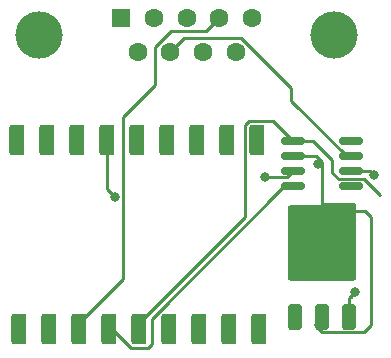
<source format=gbr>
%TF.GenerationSoftware,KiCad,Pcbnew,9.0.6*%
%TF.CreationDate,2025-11-21T12:23:08-05:00*%
%TF.ProjectId,ESP32C6-2,45535033-3243-4362-9d32-2e6b69636164,rev?*%
%TF.SameCoordinates,Original*%
%TF.FileFunction,Copper,L1,Top*%
%TF.FilePolarity,Positive*%
%FSLAX46Y46*%
G04 Gerber Fmt 4.6, Leading zero omitted, Abs format (unit mm)*
G04 Created by KiCad (PCBNEW 9.0.6) date 2025-11-21 12:23:08*
%MOMM*%
%LPD*%
G01*
G04 APERTURE LIST*
G04 Aperture macros list*
%AMRoundRect*
0 Rectangle with rounded corners*
0 $1 Rounding radius*
0 $2 $3 $4 $5 $6 $7 $8 $9 X,Y pos of 4 corners*
0 Add a 4 corners polygon primitive as box body*
4,1,4,$2,$3,$4,$5,$6,$7,$8,$9,$2,$3,0*
0 Add four circle primitives for the rounded corners*
1,1,$1+$1,$2,$3*
1,1,$1+$1,$4,$5*
1,1,$1+$1,$6,$7*
1,1,$1+$1,$8,$9*
0 Add four rect primitives between the rounded corners*
20,1,$1+$1,$2,$3,$4,$5,0*
20,1,$1+$1,$4,$5,$6,$7,0*
20,1,$1+$1,$6,$7,$8,$9,0*
20,1,$1+$1,$8,$9,$2,$3,0*%
G04 Aperture macros list end*
%TA.AperFunction,ComponentPad*%
%ADD10RoundRect,0.190500X0.444500X-1.079500X0.444500X1.079500X-0.444500X1.079500X-0.444500X-1.079500X0*%
%TD*%
%TA.AperFunction,SMDPad,CuDef*%
%ADD11RoundRect,0.250000X0.350000X-0.850000X0.350000X0.850000X-0.350000X0.850000X-0.350000X-0.850000X0*%
%TD*%
%TA.AperFunction,SMDPad,CuDef*%
%ADD12RoundRect,0.249997X2.650003X-2.950003X2.650003X2.950003X-2.650003X2.950003X-2.650003X-2.950003X0*%
%TD*%
%TA.AperFunction,ComponentPad*%
%ADD13C,4.000000*%
%TD*%
%TA.AperFunction,ComponentPad*%
%ADD14R,1.600000X1.600000*%
%TD*%
%TA.AperFunction,ComponentPad*%
%ADD15C,1.600000*%
%TD*%
%TA.AperFunction,SMDPad,CuDef*%
%ADD16RoundRect,0.150000X-0.825000X-0.150000X0.825000X-0.150000X0.825000X0.150000X-0.825000X0.150000X0*%
%TD*%
%TA.AperFunction,ViaPad*%
%ADD17C,0.800000*%
%TD*%
%TA.AperFunction,Conductor*%
%ADD18C,0.250000*%
%TD*%
G04 APERTURE END LIST*
D10*
%TO.P,U1,1,GPIO0/A0/D0*%
%TO.N,unconnected-(U1-GPIO0{slash}A0{slash}D0-Pad1)*%
X118960000Y-78500000D03*
%TO.P,U1,2,GPIO1/A1/D1*%
%TO.N,unconnected-(U1-GPIO1{slash}A1{slash}D1-Pad2)*%
X121500000Y-78500000D03*
%TO.P,U1,3,GPIO2/A2/D2*%
%TO.N,Net-(U1-GPIO2{slash}A2{slash}D2)*%
X124040000Y-78500000D03*
%TO.P,U1,4,GPIO21/D3*%
%TO.N,Net-(U1-GPIO21{slash}D3)*%
X126580000Y-78500000D03*
%TO.P,U1,5,GPIO22/D4/SDA*%
%TO.N,Net-(U1-GPIO22{slash}D4{slash}SDA)*%
X129120000Y-78500000D03*
%TO.P,U1,6,GPIO23/D5/SCL*%
%TO.N,unconnected-(U1-GPIO23{slash}D5{slash}SCL-Pad6)*%
X131660000Y-78500000D03*
%TO.P,U1,7,GPIO16/D6/TX*%
%TO.N,unconnected-(U1-GPIO16{slash}D6{slash}TX-Pad7)*%
X134200000Y-78500000D03*
%TO.P,U1,8,GPIO17/D7/RX*%
%TO.N,unconnected-(U1-GPIO17{slash}D7{slash}RX-Pad8)*%
X136740000Y-78500000D03*
%TO.P,U1,9,GPIO19/D8/SCK*%
%TO.N,unconnected-(U1-GPIO19{slash}D8{slash}SCK-Pad9)*%
X139280000Y-78500000D03*
%TO.P,U1,10,GPIO20/D9/MISO*%
%TO.N,unconnected-(U1-GPIO20{slash}D9{slash}MISO-Pad10)*%
X118780000Y-62500000D03*
%TO.P,U1,11,GPIO18/D10/MOSI*%
%TO.N,Net-(U1-GPIO18{slash}D10{slash}MOSI)*%
X121320000Y-62500000D03*
%TO.P,U1,12,3V3*%
%TO.N,Net-(U1-3V3)*%
X123860000Y-62500000D03*
%TO.P,U1,13,GND*%
%TO.N,Net-(U1-GND)*%
X126400000Y-62500000D03*
%TO.P,U1,14,VBUS*%
%TO.N,unconnected-(U1-VBUS-Pad14)*%
X128940000Y-62500000D03*
%TO.P,U1,15*%
%TO.N,N/C*%
X131480000Y-62500000D03*
%TO.P,U1,16*%
X134020000Y-62500000D03*
%TO.P,U1,17*%
X136560000Y-62500000D03*
%TO.P,U1,18*%
X139100000Y-62500000D03*
%TD*%
D11*
%TO.P,U4,1,IN*%
%TO.N,unconnected-(U4-IN-Pad1)*%
X142365700Y-77475000D03*
%TO.P,U4,2,GND*%
%TO.N,Net-(U1-3V3)*%
X144645700Y-77475000D03*
D12*
X144645700Y-71175000D03*
D11*
%TO.P,U4,3,OUT*%
%TO.N,Net-(U1-GND)*%
X146925700Y-77475000D03*
%TD*%
D13*
%TO.P,J1,0*%
%TO.N,N/C*%
X145655000Y-53580000D03*
X120655000Y-53580000D03*
D14*
%TO.P,J1,1,1*%
%TO.N,unconnected-(J1-Pad1)*%
X127615000Y-52160000D03*
D15*
%TO.P,J1,2,2*%
%TO.N,Net-(U2-CANL)*%
X130385000Y-52160000D03*
%TO.P,J1,3,3*%
%TO.N,unconnected-(J1-Pad3)*%
X133155000Y-52160000D03*
%TO.P,J1,4,4*%
%TO.N,Net-(U1-GPIO2{slash}A2{slash}D2)*%
X135925000Y-52160000D03*
%TO.P,J1,5,5*%
%TO.N,unconnected-(J1-Pad5)*%
X138695000Y-52160000D03*
%TO.P,J1,6,6*%
%TO.N,unconnected-(J1-Pad6)*%
X129000000Y-55000000D03*
%TO.P,J1,7,7*%
%TO.N,Net-(U2-CANH)*%
X131770000Y-55000000D03*
%TO.P,J1,8,8*%
%TO.N,unconnected-(J1-Pad8)*%
X134540000Y-55000000D03*
%TO.P,J1,9,9*%
%TO.N,unconnected-(J1-Pad9)*%
X137310000Y-55000000D03*
%TD*%
D16*
%TO.P,U2,1,D*%
%TO.N,Net-(U1-GPIO22{slash}D4{slash}SDA)*%
X142145700Y-62595000D03*
%TO.P,U2,2,GND*%
%TO.N,Net-(U1-3V3)*%
X142145700Y-63865000D03*
%TO.P,U2,3,VCC*%
%TO.N,Net-(U1-GPIO18{slash}D10{slash}MOSI)*%
X142145700Y-65135000D03*
%TO.P,U2,4,R*%
%TO.N,Net-(U1-GPIO21{slash}D3)*%
X142145700Y-66405000D03*
%TO.P,U2,5,Vref*%
%TO.N,unconnected-(U2-Vref-Pad5)*%
X147095700Y-66405000D03*
%TO.P,U2,6,CANL*%
%TO.N,Net-(U2-CANL)*%
X147095700Y-65135000D03*
%TO.P,U2,7,CANH*%
%TO.N,Net-(U2-CANH)*%
X147095700Y-63865000D03*
%TO.P,U2,8,Rs*%
%TO.N,unconnected-(U2-Rs-Pad8)*%
X147095700Y-62595000D03*
%TD*%
D17*
%TO.N,Net-(U1-GPIO18{slash}D10{slash}MOSI)*%
X139756000Y-65611100D03*
%TO.N,Net-(U2-CANL)*%
X148981700Y-65444700D03*
%TO.N,Net-(U1-GND)*%
X147428300Y-75374900D03*
X127067300Y-67301200D03*
%TO.N,Net-(U1-3V3)*%
X144314900Y-64504600D03*
%TD*%
D18*
%TO.N,Net-(U1-GPIO22{slash}D4{slash}SDA)*%
X148154000Y-65762300D02*
X149570000Y-67178100D01*
X146022000Y-65762300D02*
X148154000Y-65762300D01*
X145500000Y-65240700D02*
X146022000Y-65762300D01*
X145500000Y-64202600D02*
X145500000Y-65240700D01*
X143892000Y-62595000D02*
X145500000Y-64202600D01*
X142146000Y-62595000D02*
X143892000Y-62595000D01*
X142145700Y-62595000D02*
X142146000Y-62595000D01*
X138137600Y-68982400D02*
X129120000Y-78000000D01*
X138137600Y-61205900D02*
X138137600Y-68982400D01*
X138440900Y-60902600D02*
X138137600Y-61205900D01*
X140453300Y-60902600D02*
X138440900Y-60902600D01*
X142145700Y-62595000D02*
X140453300Y-60902600D01*
%TO.N,Net-(U1-GPIO18{slash}D10{slash}MOSI)*%
X141669600Y-65611100D02*
X142145700Y-65135000D01*
X139756000Y-65611100D02*
X141669600Y-65611100D01*
X139756000Y-65611100D02*
X140533400Y-65611100D01*
X140533400Y-65611100D02*
X139756000Y-65611100D01*
%TO.N,Net-(U1-GPIO2{slash}A2{slash}D2)*%
X134798300Y-53286700D02*
X135925000Y-52160000D01*
X131864800Y-53286700D02*
X134798300Y-53286700D01*
X130519100Y-54632400D02*
X131864800Y-53286700D01*
X130519100Y-57832200D02*
X130519100Y-54632400D01*
X127794000Y-60557300D02*
X130519100Y-57832200D01*
X127794000Y-74246000D02*
X127794000Y-60557300D01*
X124040000Y-78000000D02*
X127794000Y-74246000D01*
%TO.N,Net-(U2-CANL)*%
X148672000Y-65135000D02*
X148981700Y-65444700D01*
X147095700Y-65135000D02*
X148672000Y-65135000D01*
X148981700Y-65444700D02*
X148710700Y-65173700D01*
X148710700Y-65173700D02*
X148981700Y-65444700D01*
%TO.N,Net-(U1-GND)*%
X146925700Y-75877500D02*
X146925700Y-77475000D01*
X147428300Y-75374900D02*
X146925700Y-75877500D01*
X126400000Y-66633900D02*
X127067300Y-67301200D01*
X126400000Y-63000000D02*
X126400000Y-66633900D01*
X127067300Y-67301200D02*
X126400000Y-66633900D01*
X126400000Y-66633900D02*
X127067300Y-67301200D01*
X147428300Y-75374900D02*
X147051400Y-75751800D01*
X147051400Y-75751800D02*
X147428300Y-75374900D01*
%TO.N,Net-(U1-3V3)*%
X144646000Y-67945800D02*
X144646000Y-64379200D01*
X142146000Y-63865000D02*
X144132000Y-63865000D01*
X144646000Y-67945800D02*
X144646000Y-71175000D01*
X144645700Y-77475000D02*
X144645800Y-77475100D01*
X144646000Y-77475000D02*
X144645800Y-77475100D01*
X147329000Y-67945800D02*
X144646000Y-67945800D01*
X147329000Y-68484200D02*
X147329000Y-67945800D01*
X148271000Y-68484200D02*
X147329000Y-68484200D01*
X148805000Y-69018800D02*
X148271000Y-68484200D01*
X148805000Y-78115900D02*
X148805000Y-69018800D01*
X148153000Y-78768500D02*
X148805000Y-78115900D01*
X144629000Y-78768500D02*
X148153000Y-78768500D01*
X143990000Y-78130400D02*
X144629000Y-78768500D01*
X143990000Y-78130200D02*
X143990000Y-78130400D01*
X144645800Y-77475100D02*
X143990000Y-78130200D01*
X144645700Y-71175000D02*
X144646000Y-71175000D01*
X142145700Y-63865000D02*
X142146000Y-63865000D01*
X144315000Y-64504600D02*
X144543200Y-64276400D01*
X144314900Y-64504600D02*
X144315000Y-64504600D01*
X144132000Y-63865000D02*
X144543200Y-64276400D01*
X144543200Y-64276400D02*
X144646000Y-64379200D01*
X144314900Y-64504600D02*
X144315000Y-64504600D01*
X144315000Y-64504600D02*
X144314900Y-64504600D01*
%TO.N,Net-(U1-GPIO21{slash}D3)*%
X141426300Y-66405000D02*
X142145700Y-66405000D01*
X130230800Y-77600500D02*
X141426300Y-66405000D01*
X130230800Y-79720800D02*
X130230800Y-77600500D01*
X129854200Y-80097400D02*
X130230800Y-79720800D01*
X128415400Y-80097400D02*
X129854200Y-80097400D01*
X126580000Y-78262000D02*
X128415400Y-80097400D01*
X126580000Y-78000000D02*
X126580000Y-78262000D01*
%TO.N,Net-(U2-CANH)*%
X146706900Y-63865000D02*
X147095700Y-63865000D01*
X142018400Y-59176500D02*
X146706900Y-63865000D01*
X142018400Y-58095100D02*
X142018400Y-59176500D01*
X137752800Y-53829500D02*
X142018400Y-58095100D01*
X132940500Y-53829500D02*
X137752800Y-53829500D01*
X131770000Y-55000000D02*
X132940500Y-53829500D01*
%TD*%
M02*

</source>
